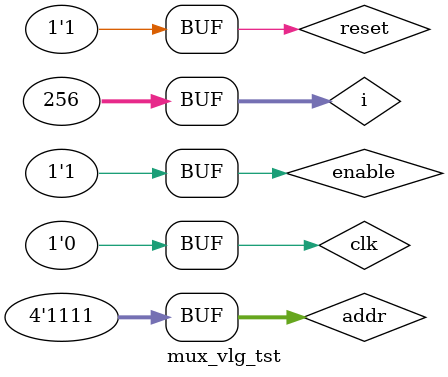
<source format=v>
`timescale 1 ns/ 1 ps //количество тактов на 1 наносекунду
module mux(
            input  clk,
            input  enable,
            input  reset,
            input [3:0]addr, //вход адреса
            input [15:0]data, //входы данных
            output reg out //выход - значение по адресу, указанному на соответственном входе. РЕГИСТРОВЫЙ, может в изменяемость
        );
        always @(posedge clk)
		  begin          
				case(addr) //выборка адреса
                0: out <= ~data[0]; //запись в данные нужные биты по addr
                1: out <= ~data[1];
                2: out <= ~data[2];
                3: out <= ~data[3];
                4: out <= ~data[4];
                5: out <= ~data[5];
                6: out <= ~data[6];
                7: out <= ~data[7];
                8: out <= ~data[8];
                9: out <= ~data[9];
                10: out <= ~data[10];
                11: out <= ~data[11];
                12: out <= ~data[12];
                13: out <= ~data[13];
                14: out <= ~data[14];
                15: out <= ~data[15];
              default: out <= ~4'd0;
            endcase
        end
endmodule

`timescale 10 ps / 1 ps
module mux_vlg_tst();
		reg clk;
		reg enable;
		reg reset;
      wire out;
		reg[15:0] data;
		reg[3:0] addr;
		mux i1_1(
		.clk(clk),
		.data(data),
		.addr(addr),
		.out(out),
		.enable(enable),
		.reset(reset)
		);
		//Инициализация
		initial
		begin
				$display("Testbench launched");
				clk <= 0;
				enable <= 1;
				reset <= 1;
		end
		
		/*initial
		begin
				
				//forever #10 clk = ~clk;
		end*/
		//Задаем частоту
		integer i=0;
		initial
		begin//работа симуляции			
		clk = 0;
				for (i=0; i<256; i=i+1)
				begin
						clk = ~clk;
						data = $urandom%21845;//данные, что подаются в мультиплексор
						addr = i%16;//формирование адрессного входа

						if (data[addr]==out)
						begin
								$display("Okay");
						end
						else
						begin
								$display("Wrong");
						end
				end	
		end
		/*always @(posedge clk)
		begin
				if (data[addr]==out)
				begin
						$display("Okay");
				end
				else
				begin
						$display("Wrong");
				end
		end*/
endmodule
</source>
